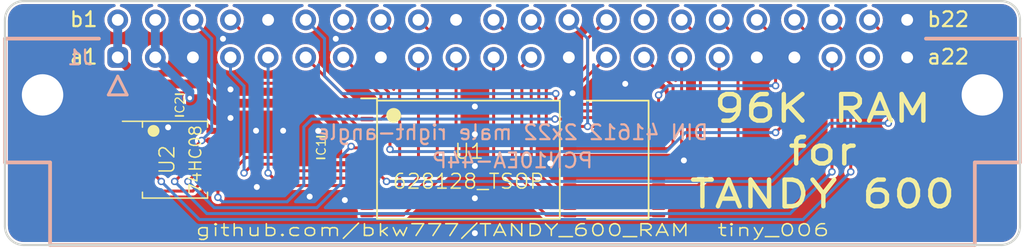
<source format=kicad_pcb>
(kicad_pcb (version 20211014) (generator pcbnew)
  (title_block (title "TANDY 600 RAM") (date "2022-10-29") (rev "tiny_006") (company "Brian K. White - b.kenyon.w@gmail.com") (comment 1 "LICENSE: CC-BY-SA 4.0") (comment 2 "github.com/bkw777/TANDY_600_RAM"))
  (layers (0 "F.Cu" signal) (31 "B.Cu" signal) (34 "B.Paste" user) (35 "F.Paste" user) (36 "B.SilkS" user "B.Silkscreen") (37 "F.SilkS" user "F.Silkscreen") (38 "B.Mask" user) (39 "F.Mask" user) (44 "Edge.Cuts" user))
  (net 0 "")
  (net 1 "GND")
  (net 2 "VMEM")
  (net 3 "VCC")
  (net 4 "/A14")
  (net 5 "/A13")
  (net 6 "/A12")
  (net 7 "/A11")
  (net 8 "/A10")
  (net 9 "/A9")
  (net 10 "/A8")
  (net 11 "/A7")
  (net 12 "/A6")
  (net 13 "/A5")
  (net 14 "/A4")
  (net 15 "/A3")
  (net 16 "/A2")
  (net 17 "/A1")
  (net 18 "/A0")
  (net 19 "/D7")
  (net 20 "/D6")
  (net 21 "/D5")
  (net 22 "/D4")
  (net 23 "/D3")
  (net 24 "/D2")
  (net 25 "/D1")
  (net 26 "/D0")
  (net 27 "/~{OE}")
  (net 28 "/~{WE}")
  (net 29 "/CS2")
  (net 30 "/A15")
  (net 31 "/A16")
  (net 32 "/~{CS1}")
  (net 33 "/~{CS1_B}")
  (net 34 "/~{CS1_C}")
  (net 35 "/~{CS1_A}")
  (footprint "000_LOCAL:TSOP32-dual" (layer "F.Cu") (at 146.075 109.75)
    (fp_text reference "U1" (at -2.946 -0.565 unlocked) (layer "F.SilkS") (effects (font (thickness 0.1))))
    (fp_text value "628128_TSOP" (at -3 1.467 unlocked) (layer "F.SilkS") (effects (font (thickness 0.1))))
    (fp_line (start 9.175 4) (end 5 4) (layer "F.SilkS") (width 0.12))
    (fp_line (start 9.175 4) (end 9.175 -4) (layer "F.SilkS") (width 0.12))
    (fp_line (start 3.175 4) (end -9.175 4) (layer "F.SilkS") (width 0.12))
    (fp_line (start 3.175 -4) (end -9.175 -4) (layer "F.SilkS") (width 0.12))
    (fp_line (start -10.25 -4.15) (end -9.175 -4.15) (layer "F.SilkS") (width 0.12))
    (fp_line (start 3.175 4) (end 3.175 -4) (layer "F.SilkS") (width 0.12))
    (fp_line (start -9.175 -4.15) (end -9.175 4) (layer "F.SilkS") (width 0.12))
    (fp_line (start 9.175 -4) (end 5 -4) (layer "F.SilkS") (width 0.12))
    (fp_circle (center -8.05 -3) (end -8.05 -2.75) (layer "F.SilkS") (width 0.5) (fill none))
    (pad "1" smd roundrect (at -9.85 -3.75 270) (size 0.3 0.9) (layers "F.Cu" "F.Paste" "F.Mask") (net 7 "/A11"))
    (pad "2" smd roundrect (at -9.85 -3.25 270) (size 0.3 0.9) (layers "F.Cu" "F.Paste" "F.Mask") (net 9 "/A9"))
    (pad "3" smd roundrect (at -9.85 -2.75 270) (size 0.3 0.9) (layers "F.Cu" "F.Paste" "F.Mask") (net 10 "/A8"))
    (pad "4" smd roundrect (at -9.85 -2.25 270) (size 0.3 0.9) (layers "F.Cu" "F.Paste" "F.Mask") (net 5 "/A13"))
    (pad "5" smd roundrect (at -9.85 -1.75 270) (size 0.3 0.9) (layers "F.Cu" "F.Paste" "F.Mask") (net 28 "/~{WE}"))
    (pad "6" smd roundrect (at -9.85 -1.25 270) (size 0.3 0.9) (layers "F.Cu" "F.Paste" "F.Mask") (net 29 "/CS2"))
    (pad "7" smd roundrect (at -9.85 -0.75 270) (size 0.3 0.9) (layers "F.Cu" "F.Paste" "F.Mask") (net 30 "/A15"))
    (pad "8" smd roundrect (at -9.85 -0.25 270) (size 0.3 0.9) (layers "F.Cu" "F.Paste" "F.Mask") (net 2 "VMEM"))
    (pad "9" smd roundrect (at -9.85 0.25 270) (size 0.3 0.9) (layers "F.Cu" "F.Paste" "F.Mask"))
    (pad "10" smd roundrect (at -9.85 0.75 270) (size 0.3 0.9) (layers "F.Cu" "F.Paste" "F.Mask") (net 31 "/A16"))
    (pad "11" smd roundrect (at -9.85 1.25 270) (size 0.3 0.9) (layers "F.Cu" "F.Paste" "F.Mask") (net 4 "/A14"))
    (pad "12" smd roundrect (at -9.85 1.75 270) (size 0.3 0.9) (layers "F.Cu" "F.Paste" "F.Mask") (net 6 "/A12"))
    (pad "13" smd roundrect (at -9.85 2.25 270) (size 0.3 0.9) (layers "F.Cu" "F.Paste" "F.Mask") (net 11 "/A7"))
    (pad "14" smd roundrect (at -9.85 2.75 270) (size 0.3 0.9) (layers "F.Cu" "F.Paste" "F.Mask") (net 12 "/A6"))
    (pad "15" smd roundrect (at -9.85 3.25 270) (size 0.3 0.9) (layers "F.Cu" "F.Paste" "F.Mask") (net 13 "/A5"))
    (pad "16" smd roundrect (at -9.85 3.75 270) (size 0.3 0.9) (layers "F.Cu" "F.Paste" "F.Mask") (net 14 "/A4"))
    (pad "17" smd roundrect (at 3.85 3.75 270) (size 0.3 0.9) (layers "F.Cu" "F.Paste" "F.Mask") (net 15 "/A3"))
    (pad "17" smd roundrect (at 9.85 3.75 270) (size 0.3 0.9) (layers "F.Cu" "F.Paste" "F.Mask") (net 15 "/A3"))
    (pad "18" smd roundrect (at 9.85 3.25 270) (size 0.3 0.9) (layers "F.Cu" "F.Paste" "F.Mask") (net 16 "/A2"))
    (pad "18" smd roundrect (at 3.85 3.25 270) (size 0.3 0.9) (layers "F.Cu" "F.Paste" "F.Mask") (net 16 "/A2"))
    (pad "19" smd roundrect (at 9.85 2.75 270) (size 0.3 0.9) (layers "F.Cu" "F.Paste" "F.Mask") (net 17 "/A1"))
    (pad "19" smd roundrect (at 3.85 2.75 270) (size 0.3 0.9) (layers "F.Cu" "F.Paste" "F.Mask") (net 17 "/A1"))
    (pad "20" smd roundrect (at 9.85 2.25 270) (size 0.3 0.9) (layers "F.Cu" "F.Paste" "F.Mask") (net 18 "/A0"))
    (pad "20" smd roundrect (at 3.85 2.25 270) (size 0.3 0.9) (layers "F.Cu" "F.Paste" "F.Mask") (net 18 "/A0"))
    (pad "21" smd roundrect (at 9.85 1.75 270) (size 0.3 0.9) (layers "F.Cu" "F.Paste" "F.Mask") (net 26 "/D0"))
    (pad "21" smd roundrect (at 3.85 1.75 270) (size 0.3 0.9) (layers "F.Cu" "F.Paste" "F.Mask") (net 26 "/D0"))
    (pad "22" smd roundrect (at 9.85 1.25 270) (size 0.3 0.9) (layers "F.Cu" "F.Paste" "F.Mask") (net 25 "/D1"))
    (pad "22" smd roundrect (at 3.85 1.25 270) (size 0.3 0.9) (layers "F.Cu" "F.Paste" "F.Mask") (net 25 "/D1"))
    (pad "23" smd roundrect (at 9.85 0.75 270) (size 0.3 0.9) (layers "F.Cu" "F.Paste" "F.Mask") (net 24 "/D2"))
    (pad "23" smd roundrect (at 3.85 0.75 270) (size 0.3 0.9) (layers "F.Cu" "F.Paste" "F.Mask") (net 24 "/D2"))
    (pad "24" smd roundrect (at 9.85 0.25 270) (size 0.3 0.9) (layers "F.Cu" "F.Paste" "F.Mask") (net 1 "GND"))
    (pad "24" smd roundrect (at 3.85 0.25 270) (size 0.3 0.9) (layers "F.Cu" "F.Paste" "F.Mask") (net 1 "GND"))
    (pad "25" smd roundrect (at 9.85 -0.25 270) (size 0.3 0.9) (layers "F.Cu" "F.Paste" "F.Mask") (net 23 "/D3"))
    (pad "25" smd roundrect (at 3.85 -0.25 270) (size 0.3 0.9) (layers "F.Cu" "F.Paste" "F.Mask") (net 23 "/D3"))
    (pad "26" smd roundrect (at 9.85 -0.75 270) (size 0.3 0.9) (layers "F.Cu" "F.Paste" "F.Mask") (net 22 "/D4"))
    (pad "26" smd roundrect (at 3.85 -0.75 270) (size 0.3 0.9) (layers "F.Cu" "F.Paste" "F.Mask") (net 22 "/D4"))
    (pad "27" smd roundrect (at 3.85 -1.25 270) (size 0.3 0.9) (layers "F.Cu" "F.Paste" "F.Mask") (net 21 "/D5"))
    (pad "27" smd roundrect (at 9.85 -1.25 270) (size 0.3 0.9) (layers "F.Cu" "F.Paste" "F.Mask") (net 21 "/D5"))
    (pad "28" smd roundrect (at 9.85 -1.75 270) (size 0.3 0.9) (layers "F.Cu" "F.Paste" "F.Mask") (net 20 "/D6"))
    (pad "28" smd roundrect (at 3.85 -1.75 270) (size 0.3 0.9) (layers "F.Cu" "F.Paste" "F.Mask") (net 20 "/D6"))
    (pad "29" smd roundrect (at 3.85 -2.25 270) (size 0.3 0.9) (layers "F.Cu" "F.Paste" "F.Mask") (net 19 "/D7"))
    (pad "29" smd roundrect (at 9.85 -2.25 270) (size 0.3 0.9) (layers "F.Cu" "F.Paste" "F.Mask") (net 19 "/D7"))
    (pad "30" smd roundrect (at 3.85 -2.75 270) (size 0.3 0.9) (layers "F.Cu" "F.Paste" "F.Mask") (net 32 "/~{CS1}"))
    (pad "30" smd roundrect (at 9.85 -2.75 270) (size 0.3 0.9) (layers "F.Cu" "F.Paste" "F.Mask") (net 32 "/~{CS1}"))
    (pad "31" smd roundrect (at 9.85 -3.25 270) (size 0.3 0.9) (layers "F.Cu" "F.Paste" "F.Mask") (net 8 "/A10"))
    (pad "31" smd roundrect (at 3.85 -3.25 270) (size 0.3 0.9) (layers "F.Cu" "F.Paste" "F.Mask") (net 8 "/A10"))
    (pad "32" smd roundrect (at 3.85 -3.75 270) (size 0.3 0.9) (layers "F.Cu" "F.Paste" "F.Mask") (net 27 "/~{OE}"))
    (pad "32" smd roundrect (at 9.85 -3.75 270) (size 0.3 0.9) (layers "F.Cu" "F.Paste" "F.Mask") (net 27 "/~{OE}"))
  )
  (footprint "000_LOCAL:TSSOP-14_4.4x5mm_P0.65mm" (layer "F.Cu") (at 123.25 109.75)
    (fp_text reference "U2" (at -0.54 0 90 unlocked) (layer "F.SilkS") (effects (font (thickness 0.1))))
    (fp_text value "74HC08" (at 1.38 0 90) (layer "F.SilkS") (effects (font (size 0.8 0.8) (thickness 0.1))))
    (fp_line (start 2.2 2.2) (end 2.2 2.6) (layer "F.SilkS") (width 0.1))
    (fp_line (start -3.55 -2.6) (end 2.2 -2.6) (layer "F.SilkS") (width 0.1))
    (fp_line (start -2.2 2.2) (end -2.2 2.6) (layer "F.SilkS") (width 0.1))
    (fp_line (start -2.2 -2.6) (end -2.2 -2.2) (layer "F.SilkS") (width 0.1))
    (fp_line (start 2.2 2.6) (end -2.2 2.6) (layer "F.SilkS") (width 0.1))
    (fp_line (start 2.2 -2.6) (end 2.2 -2.2) (layer "F.SilkS") (width 0.1))
    (fp_circle (center -1.45 -1.95) (end -1.1 -1.95) (layer "F.SilkS") (width 0.1) (fill solid))
    (pad "1" smd roundrect (at -2.8625 -1.95) (size 1.475 0.4) (layers "F.Cu" "F.Paste" "F.Mask") (net 1 "GND"))
    (pad "2" smd roundrect (at -2.8625 -1.3) (size 1.475 0.4) (layers "F.Cu" "F.Paste" "F.Mask") (net 1 "GND"))
    (pad "3" smd roundrect (at -2.8625 -0.65) (size 1.475 0.4) (layers "F.Cu" "F.Paste" "F.Mask"))
    (pad "4" smd roundrect (at -2.8625 0) (size 1.475 0.4) (layers "F.Cu" "F.Paste" "F.Mask") (net 35 "/~{CS1_A}"))
    (pad "5" smd roundrect (at -2.8625 0.65) (size 1.475 0.4) (layers "F.Cu" "F.Paste" "F.Mask") (net 33 "/~{CS1_B}"))
    (pad "6" smd roundrect (at -2.8625 1.3) (size 1.475 0.4) (layers "F.Cu" "F.Paste" "F.Mask") (net 31 "/A16"))
    (pad "7" smd roundrect (at -2.8625 1.95) (size 1.475 0.4) (layers "F.Cu" "F.Paste" "F.Mask") (net 1 "GND"))
    (pad "8" smd roundrect (at 2.8625 1.95) (size 1.475 0.4) (layers "F.Cu" "F.Paste" "F.Mask") (net 32 "/~{CS1}"))
    (pad "9" smd roundrect (at 2.8625 1.3) (size 1.475 0.4) (layers "F.Cu" "F.Paste" "F.Mask") (net 31 "/A16"))
    (pad "10" smd roundrect (at 2.8625 0.65) (size 1.475 0.4) (layers "F.Cu" "F.Paste" "F.Mask") (net 30 "/A15"))
    (pad "11" smd roundrect (at 2.8625 0) (size 1.475 0.4) (layers "F.Cu" "F.Paste" "F.Mask") (net 30 "/A15"))
    (pad "12" smd roundrect (at 2.8625 -0.65) (size 1.475 0.4) (layers "F.Cu" "F.Paste" "F.Mask") (net 34 "/~{CS1_C}"))
    (pad "13" smd roundrect (at 2.8625 -1.3) (size 1.475 0.4) (layers "F.Cu" "F.Paste" "F.Mask") (net 35 "/~{CS1_A}"))
    (pad "14" smd roundrect (at 2.8625 -1.95) (size 1.475 0.4) (layers "F.Cu" "F.Paste" "F.Mask") (net 3 "VCC"))
  )
  (footprint "000_LOCAL:C_0805" (layer "F.Cu") (at 133.096 108.925 180)
    (fp_text reference "C1" (at -0.0326 0.0198 90 unlocked) (layer "F.SilkS") (effects (font (size 0.6 0.6) (thickness 0.08))))
    (fp_text value "0.1uF")
    (fp_line (start -0.261252 -0.735) (end 0.261252 -0.735) (layer "F.SilkS") (width 0.12))
    (fp_line (start -0.261252 0.735) (end 0.261252 0.735) (layer "F.SilkS") (width 0.12))
    (pad "1" smd roundrect (at -0.95 0 180) (size 1 1.45) (layers "F.Cu" "F.Paste" "F.Mask") (net 2 "VMEM"))
    (pad "2" smd roundrect (at 0.95 0 180) (size 1 1.45) (layers "F.Cu" "F.Paste" "F.Mask") (net 1 "GND"))
  )
  (footprint "000_LOCAL:C_0805" (layer "F.Cu") (at 123.55 106.05 180)
    (fp_text reference "C2" (at -0.03 0.0042 90 unlocked) (layer "F.SilkS") (effects (font (size 0.6 0.6) (thickness 0.08))))
    (fp_text value "0.1uF")
    (fp_line (start -0.261252 0.735) (end 0.261252 0.735) (layer "F.SilkS") (width 0.12))
    (fp_line (start -0.261252 -0.735) (end 0.261252 -0.735) (layer "F.SilkS") (width 0.12))
    (pad "1" smd roundrect (at -0.95 0 180) (size 1 1.45) (layers "F.Cu" "F.Paste" "F.Mask") (net 3 "VCC"))
    (pad "2" smd roundrect (at 0.95 0 180) (size 1 1.45) (layers "F.Cu" "F.Paste" "F.Mask") (net 1 "GND"))
  )
  (footprint "000_LOCAL:DIN-41612_02x22_male_horizontal" (layer "B.Cu") (at 146.05 101.55356 180)
    (fp_text reference "J1" (at 29.21 -1.28144) (layer "B.SilkS") (effects (justify mirror)))
    (fp_text value "DIN 41612 2x22 male right-angle" (at 0 -6.35) (layer "B.SilkS") (effects (justify mirror)))
    (fp_line (start 34.29 0) (end 34.29 -8.382) (layer "B.SilkS") (width 0.254))
    (fp_line (start -31.242 -13.97) (end -31.242 -8.382) (layer "B.SilkS") (width 0.254))
    (fp_line (start 31.242 -13.97) (end -31.242 -13.97) (layer "B.SilkS") (width 0.254))
    (fp_line (start 27.305 -3.81) (end 26.67 -2.54) (layer "B.SilkS") (width 0.2))
    (fp_line (start 26.035 -3.81) (end 27.305 -3.81) (layer "B.SilkS") (width 0.2))
    (fp_line (start 31.242 -13.97) (end 31.242 -8.382) (layer "B.SilkS") (width 0.254))
    (fp_line (start 26.67 -2.54) (end 26.035 -3.81) (layer "B.SilkS") (width 0.2))
    (fp_line (start -34.29 0) (end -34.29 -8.382) (layer "B.SilkS") (width 0.254))
    (fp_line (start -27.94 0) (end -34.29 0) (layer "B.SilkS") (width 0.254))
    (fp_line (start 34.29 -8.382) (end 31.242 -8.382) (layer "B.SilkS") (width 0.254))
    (fp_line (start -31.242 -8.382) (end -34.29 -8.382) (layer "B.SilkS") (width 0.254))
    (fp_line (start 27.94 0) (end 34.29 0) (layer "B.SilkS") (width 0.254))
    (pad "M1" thru_hole oval (at 31.75 -3.81 180) (size 2.999999 4.500001) (drill 2.799999) (layers *.Cu *.Mask) (net 1 "GND"))
    (pad "M2" thru_hole oval (at -31.75 -3.81 180) (size 2.999999 4.500001) (drill 2.799999) (layers *.Cu *.Mask) (net 1 "GND"))
    (pad "a1" thru_hole roundrect (at 26.67 -1.27 180) (size 1.4 1.4) (drill 0.8) (layers *.Cu *.Mask) (net 2 "VMEM"))
    (pad "a2" thru_hole circle (at 24.13 -1.27 180) (size 1.4 1.4) (drill 0.8) (layers *.Cu *.Mask) (net 3 "VCC"))
    (pad "a3" thru_hole circle (at 21.59 -1.27 180) (size 1.4 1.4) (drill 0.8) (layers *.Cu *.Mask) (net 1 "GND"))
    (pad "a4" thru_hole circle (at 19.05 -1.27 180) (size 1.4 1.4) (drill 0.8) (layers *.Cu *.Mask) (net 4 "/A14"))
    (pad "a5" thru_hole circle (at 16.51 -1.27 180) (size 1.4 1.4) (drill 0.8) (layers *.Cu *.Mask) (net 6 "/A12"))
    (pad "a6" thru_hole circle (at 13.97 -1.27 180) (size 1.4 1.4) (drill 0.8) (layers *.Cu *.Mask) (net 7 "/A11"))
    (pad "a7" thru_hole circle (at 11.43 -1.27 180) (size 1.4 1.4) (drill 0.8) (layers *.Cu *.Mask) (net 9 "/A9"))
    (pad "a8" thru_hole circle (at 8.89 -1.27 180) (size 1.4 1.4) (drill 0.8) (layers *.Cu *.Mask) (net 1 "GND"))
    (pad "a9" thru_hole circle (at 6.35 -1.27 180) (size 1.4 1.4) (drill 0.8) (layers *.Cu *.Mask) (net 12 "/A6"))
    (pad "a10" thru_hole circle (at 3.81 -1.27 180) (size 1.4 1.4) (drill 0.8) (layers *.Cu *.Mask) (net 14 "/A4"))
    (pad "a11" thru_hole circle (at 1.27 -1.27 180) (size 1.4 1.4) (drill 0.8) (layers *.Cu *.Mask) (net 15 "/A3"))
    (pad "a12" thru_hole circle (at -1.27 -1.27 180) (size 1.4 1.4) (drill 0.8) (layers *.Cu *.Mask) (net 17 "/A1"))
    (pad "a13" thru_hole circle (at -3.81 -1.27 180) (size 1.4 1.4) (drill 0.8) (layers *.Cu *.Mask) (net 1 "GND"))
    (pad "a14" thru_hole circle (at -6.35 -1.27 180) (size 1.4 1.4) (drill 0.8) (layers *.Cu *.Mask) (net 20 "/D6"))
    (pad "a15" thru_hole circle (at -8.89 -1.27 180) (size 1.4 1.4) (drill 0.8) (layers *.Cu *.Mask) (net 22 "/D4"))
    (pad "a16" thru_hole circle (at -11.43 -1.27 180) (size 1.4 1.4) (drill 0.8) (layers *.Cu *.Mask) (net 23 "/D3"))
    (pad "a17" thru_hole circle (at -13.97 -1.27 180) (size 1.4 1.4) (drill 0.8) (layers *.Cu *.Mask) (net 25 "/D1"))
    (pad "a18" thru_hole circle (at -16.51 -1.27 180) (size 1.4 1.4) (drill 0.8) (layers *.Cu *.Mask) (net 1 "GND"))
    (pad "a19" thru_hole circle (at -19.05 -1.27 180) (size 1.4 1.4) (drill 0.8) (layers *.Cu *.Mask) (net 1 "GND"))
    (pad "a20" thru_hole circle (at -21.59 -1.27 180) (size 1.4 1.4) (drill 0.8) (layers *.Cu *.Mask) (net 34 "/~{CS1_C}"))
    (pad "a21" thru_hole circle (at -24.13 -1.27 180) (size 1.4 1.4) (drill 0.8) (layers *.Cu *.Mask))
    (pad "a22" thru_hole circle (at -26.67 -1.27 180) (size 1.4 1.4) (drill 0.8) (layers *.Cu *.Mask) (net 1 "GND"))
    (pad "b1" thru_hole circle (at 26.67 1.27 180) (size 1.4 1.4) (drill 0.8) (layers *.Cu *.Mask) (net 2 "VMEM"))
    (pad "b2" thru_hole circle (at 24.13 1.27 180) (size 1.4 1.4) (drill 0.8) (layers *.Cu *.Mask) (net 3 "VCC"))
    (pad "b3" thru_hole circle (at 21.59 1.27 180) (size 1.4 1.4) (drill 0.8) (layers *.Cu *.Mask) (net 35 "/~{CS1_A}"))
    (pad "b4" thru_hole circle (at 19.05 1.27 180) (size 1.4 1.4) (drill 0.8) (layers *.Cu *.Mask) (net 5 "/A13"))
    (pad "b5" thru_hole circle (at 16.51 1.27 180) (size 1.4 1.4) (drill 0.8) (layers *.Cu *.Mask) (net 1 "GND"))
    (pad "b6" thru_hole circle (at 13.97 1.27 180) (size 1.4 1.4) (drill 0.8) (layers *.Cu *.Mask) (net 8 "/A10"))
    (pad "b7" thru_hole circle (at 11.43 1.27 180) (size 1.4 1.4) (drill 0.8) (layers *.Cu *.Mask) (net 10 "/A8"))
    (pad "b8" thru_hole circle (at 8.89 1.27 180) (size 1.4 1.4) (drill 0.8) (layers *.Cu *.Mask) (net 11 "/A7"))
    (pad "b9" thru_hole circle (at 6.35 1.27 180) (size 1.4 1.4) (drill 0.8) (layers *.Cu *.Mask) (net 13 "/A5"))
    (pad "b10" thru_hole circle (at 3.81 1.27 180) (size 1.4 1.4) (drill 0.8) (layers *.Cu *.Mask) (net 1 "GND"))
    (pad "b11" thru_hole circle (at 1.27 1.27 180) (size 1.4 1.4) (drill 0.8) (layers *.Cu *.Mask) (net 16 "/A2"))
    (pad "b12" thru_hole circle (at -1.27 1.27 180) (size 1.4 1.4) (drill 0.8) (layers *.Cu *.Mask) (net 18 "/A0"))
    (pad "b13" thru_hole circle (at -3.81 1.27 180) (size 1.4 1.4) (drill 0.8) (layers *.Cu *.Mask) (net 19 "/D7"))
    (pad "b14" thru_hole circle (at -6.35 1.27 180) (size 1.4 1.4) (drill 0.8) (layers *.Cu *.Mask) (net 21 "/D5"))
    (pad "b15" thru_hole circle (at -8.89 1.27 180) (size 1.4 1.4) (drill 0.8) (layers *.Cu *.Mask))
    (pad "b16" thru_hole circle (at -11.43 1.27 180) (size 1.4 1.4) (drill 0.8) (layers *.Cu *.Mask) (net 24 "/D2"))
    (pad "b17" thru_hole circle (at -13.97 1.27 180) (size 1.4 1.4) (drill 0.8) (layers *.Cu *.Mask) (net 26 "/D0"))
    (pad "b18" thru_hole circle (at -16.51 1.27 180) (size 1.4 1.4) (drill 0.8) (layers *.Cu *.Mask) (net 27 "/~{OE}"))
    (pad "b19" thru_hole circle (at -19.05 1.27 180) (size 1.4 1.4) (drill 0.8) (layers *.Cu *.Mask) (net 28 "/~{WE}"))
    (pad "b20" thru_hole circle (at -21.59 1.27 180) (size 1.4 1.4) (drill 0.8) (layers *.Cu *.Mask) (net 33 "/~{CS1_B}"))
    (pad "b21" thru_hole circle (at -24.13 1.27 180) (size 1.4 1.4) (drill 0.8) (layers *.Cu *.Mask) (net 29 "/CS2"))
    (pad "b22" thru_hole circle (at -26.67 1.27 180) (size 1.4 1.4) (drill 0.8) (layers *.Cu *.Mask) (net 1 "GND"))
  )
  (gr_arc (start 111.76 100.28356) (mid 112.13196 99.385509) (end 113.03 99.01356) (layer "Edge.Cuts") (width 0.15))
  (gr_arc (start 179.07 99.01356) (mid 179.968011 99.385537) (end 180.34 100.28356) (layer "Edge.Cuts") (width 0.15))
  (gr_line (start 180.34 114.25356) (end 180.34 100.28356) (layer "Edge.Cuts") (width 0.15))
  (gr_arc (start 180.34 114.25356) (mid 179.968011 115.15156) (end 179.07 115.52356) (layer "Edge.Cuts") (width 0.15))
  (gr_arc (start 113.03 115.52356) (mid 112.13196 115.151588) (end 111.76 114.25356) (layer "Edge.Cuts") (width 0.15))
  (gr_line (start 113.03 99.01356) (end 179.07 99.01356) (layer "Edge.Cuts") (width 0.15))
  (gr_line (start 179.07 115.52356) (end 113.03 115.52356) (layer "Edge.Cuts") (width 0.15))
  (gr_line (start 111.76 114.25356) (end 111.76 100.28356) (layer "Edge.Cuts") (width 0.15))
  (gr_text "PCN10EA-44P" (at 146.05 109.80856) (layer "B.SilkS") (effects (font (size 1 1)) (justify mirror)))
  (gr_text "b22" (at 173.99 100.24856) (layer "F.SilkS") (effects (font (size 1 1)) (justify left)))
  (gr_text "a22" (at 173.99 102.78856) (layer "F.SilkS") (effects (font (size 1 1)) (justify left)))
  (gr_text "a1" (at 118.11 102.78856) (layer "F.SilkS") (effects (font (size 1 1)) (justify right)))
  (gr_text "b1" (at 118.11 100.24856) (layer "F.SilkS") (effects (font (size 1 1)) (justify right)))
  (gr_text "${COMMENT2}  ${REVISION}" (at 146.05 114.519) (layer "F.SilkS") (effects (font (size 0.8 1.2) (thickness 0.1))))
  (gr_text "96K RAM\nfor\nTANDY 600" (at 167.005 109.185) (layer "F.SilkS") (effects (font (size 1.8 2.2) (thickness 0.3))))
  (via (at 130.556 107.788) (size 0.6) (drill 0.4) (layers "F.Cu" "B.Cu") (net 1))
  (via (at 143.51 108.03112) (size 0.6) (drill 0.4) (layers "F.Cu" "B.Cu") (net 1))
  (via (at 150.114 105.248) (size 0.6) (drill 0.4) (layers "F.Cu" "B.Cu") (net 1))
  (via (at 126.492 101.565) (size 0.6) (drill 0.4) (layers "F.Cu" "B.Cu") (net 1))
  (via (at 143.51 106.15) (size 0.6) (drill 0.4) (layers "F.Cu" "B.Cu") (net 1))
  (via (at 122.7836 107.5594) (size 0.6) (drill 0.4) (layers "F.Cu" "B.Cu") (net 1))
  (via (at 127 106.925) (size 0.6) (drill 0.4) (layers "F.Cu" "B.Cu") (net 1))
  (via (at 132.35 112.25) (size 0.6) (drill 0.4) (layers "F.Cu" "B.Cu") (net 1))
  (via (at 132.925 107.8) (size 0.6) (drill 0.4) (layers "F.Cu" "B.Cu") (net 1))
  (via (at 153.67 104.613) (size 0.6) (drill 0.4) (layers "F.Cu" "B.Cu") (net 1))
  (via (at 128.778 111.598) (size 0.6) (drill 0.4) (layers "F.Cu" "B.Cu") (net 1))
  (via (at 157.6324 109.8) (size 0.6) (drill 0.4) (layers "F.Cu" "B.Cu") (net 1))
  (via (at 134.725 112.487) (size 0.6) (drill 0.4) (layers "F.Cu" "B.Cu") (net 1))
  (via (at 127 104.994) (size 0.6) (drill 0.4) (layers "F.Cu" "B.Cu") (net 1))
  (via (at 143.51 112.36) (size 0.6) (drill 0.4) (layers "F.Cu" "B.Cu") (net 1))
  (via (at 143.51 114.725) (size 0.6) (drill 0.4) (layers "F.Cu" "B.Cu") (net 1))
  (via (at 128.725 107.788) (size 0.6) (drill 0.4) (layers "F.Cu" "B.Cu") (net 1))
  (via (at 134.112 101.565) (size 0.6) (drill 0.4) (layers "F.Cu" "B.Cu") (net 1))
  (via (at 143.51 110.175) (size 0.6) (drill 0.4) (layers "F.Cu" "B.Cu") (net 1))
  (via (at 148.6 110) (size 0.6) (drill 0.4) (layers "F.Cu" "B.Cu") (net 1))
  (segment (start 134.046 107.396) (end 132.575 105.925) (width 0.6) (layer "F.Cu") (net 2))
  (segment (start 121.18144 104.625) (end 119.38 102.82356) (width 0.6) (layer "F.Cu") (net 2))
  (segment (start 134.046 109.5) (end 134.046 108.925) (width 0.3) (layer "F.Cu") (net 2))
  (segment (start 134.046 108.925) (end 134.046 107.396) (width 0.6) (layer "F.Cu") (net 2))
  (segment (start 136.275 109.5) (end 134.046 109.5) (width 0.3) (layer "F.Cu") (net 2))
  (segment (start 126.525 105.925) (end 125.225 104.625) (width 0.6) (layer "F.Cu") (net 2))
  (segment (start 132.575 105.925) (end 126.525 105.925) (width 0.6) (layer "F.Cu") (net 2))
  (segment (start 125.225 104.625) (end 121.18144 104.625) (width 0.6) (layer "F.Cu") (net 2))
  (segment (start 119.38 100.28356) (end 119.38 102.82356) (width 0.6) (layer "B.Cu") (net 2))
  (segment (start 124.8 106.875) (end 125.725 107.8) (width 0.4) (layer "F.Cu") (net 3))
  (segment (start 124.8 106.125) (end 124.8 106.875) (width 0.4) (layer "F.Cu") (net 3))
  (segment (start 125.725 107.8) (end 126.1125 107.8) (width 0.4) (layer "F.Cu") (net 3))
  (segment (start 124.25 105.575) (end 124.8 106.125) (width 0.4) (layer "F.Cu") (net 3))
  (via (at 124.25 105.575) (size 0.5) (drill 0.3) (layers "F.Cu" "B.Cu") (net 3))
  (segment (start 124.25 105.15356) (end 121.92 102.82356) (width 0.6) (layer "B.Cu") (net 3))
  (segment (start 121.92 100.28356) (end 121.92 102.82356) (width 0.6) (layer "B.Cu") (net 3))
  (segment (start 124.25 105.575) (end 124.25 105.15356) (width 0.6) (layer "B.Cu") (net 3))
  (segment (start 127.9144 110.65) (end 128.5144 110.05) (width 0.2) (layer "F.Cu") (net 4))
  (segment (start 128.5144 110.05) (end 129.875 110.05) (width 0.2) (layer "F.Cu") (net 4))
  (segment (start 129.875 110.05) (end 130.825 111) (width 0.2) (layer "F.Cu") (net 4))
  (segment (start 130.825 111) (end 136.225 111) (width 0.2) (layer "F.Cu") (net 4))
  (via (at 127.9144 110.65) (size 0.5) (drill 0.3) (layers "F.Cu" "B.Cu") (net 4))
  (segment (start 127 103.851) (end 127 102.82356) (width 0.2) (layer "B.Cu") (net 4))
  (segment (start 127.9144 104.7654) (end 127 103.851) (width 0.2) (layer "B.Cu") (net 4))
  (segment (start 127.9144 110.65) (end 127.9144 104.7654) (width 0.2) (layer "B.Cu") (net 4))
  (segment (start 128.27 101.55356) (end 127 100.28356) (width 0.2) (layer "F.Cu") (net 5))
  (segment (start 136.225 107.5) (end 135.6 107.5) (width 0.2) (layer "F.Cu") (net 5))
  (segment (start 132.675 104.575) (end 129.13216 104.575) (width 0.2) (layer "F.Cu") (net 5))
  (segment (start 128.27 103.71284) (end 128.27 101.55356) (width 0.2) (layer "F.Cu") (net 5))
  (segment (start 129.13216 104.575) (end 128.27 103.71284) (width 0.2) (layer "F.Cu") (net 5))
  (segment (start 135.6 107.5) (end 132.675 104.575) (width 0.2) (layer "F.Cu") (net 5))
  (segment (start 129.54 110.65) (end 130.39 111.5) (width 0.2) (layer "F.Cu") (net 6))
  (segment (start 130.39 111.5) (end 136.225 111.5) (width 0.2) (layer "F.Cu") (net 6))
  (via (at 129.54 110.65) (size 0.5) (drill 0.3) (layers "F.Cu" "B.Cu") (net 6))
  (segment (start 129.54 110.65) (end 129.54 102.82356) (width 0.2) (layer "B.Cu") (net 6))
  (segment (start 135.25644 106) (end 136.225 106) (width 0.2) (layer "F.Cu") (net 7))
  (segment (start 132.08 102.82356) (end 135.25644 106) (width 0.2) (layer "F.Cu") (net 7))
  (segment (start 149.875 106.45) (end 149.925 106.5) (width 0.2) (layer "F.Cu") (net 8))
  (segment (start 149.275 106.45) (end 149.875 106.45) (width 0.2) (layer "F.Cu") (net 8))
  (segment (start 149.925 106.5) (end 149.975 106.45) (width 0.2) (layer "F.Cu") (net 8))
  (segment (start 155.875 106.45) (end 155.925 106.5) (width 0.2) (layer "F.Cu") (net 8))
  (segment (start 148.975 105.275) (end 148.975 106.15) (width 0.2) (layer "F.Cu") (net 8))
  (segment (start 149.975 106.45) (end 155.875 106.45) (width 0.2) (layer "F.Cu") (net 8))
  (segment (start 148.975 106.15) (end 149.275 106.45) (width 0.2) (layer "F.Cu") (net 8))
  (via (at 148.975 105.275) (size 0.5) (drill 0.3) (layers "F.Cu" "B.Cu") (net 8))
  (segment (start 133.35 101.55356) (end 132.08 100.28356) (width 0.2) (layer "B.Cu") (net 8))
  (segment (start 133.35 104.09356) (end 133.35 101.55356) (width 0.2) (layer "B.Cu") (net 8))
  (segment (start 134.53144 105.275) (end 133.35 104.09356) (width 0.2) (layer "B.Cu") (net 8))
  (segment (start 148.975 105.275) (end 134.53144 105.275) (width 0.2) (layer "B.Cu") (net 8))
  (segment (start 136.93056 106.5) (end 136.225 106.5) (width 0.2) (layer "F.Cu") (net 9))
  (segment (start 134.62 102.82356) (end 137.16 105.36356) (width 0.2) (layer "F.Cu") (net 9))
  (segment (start 137.16 105.36356) (end 137.16 106.27056) (width 0.2) (layer "F.Cu") (net 9))
  (segment (start 137.16 106.27056) (end 136.93056 106.5) (width 0.2) (layer "F.Cu") (net 9))
  (segment (start 136.225 107) (end 137.186 107) (width 0.2) (layer "F.Cu") (net 10))
  (segment (start 135.89 101.55356) (end 134.62 100.28356) (width 0.2) (layer "F.Cu") (net 10))
  (segment (start 135.89 103.39) (end 135.89 101.55356) (width 0.2) (layer "F.Cu") (net 10))
  (segment (start 137.668 105.168) (end 135.89 103.39) (width 0.2) (layer "F.Cu") (net 10))
  (segment (start 137.186 107) (end 137.668 106.518) (width 0.2) (layer "F.Cu") (net 10))
  (segment (start 137.668 106.518) (end 137.668 105.168) (width 0.2) (layer "F.Cu") (net 10))
  (segment (start 136.225 112) (end 137.901 112) (width 0.2) (layer "F.Cu") (net 11))
  (segment (start 138.43 101.55356) (end 137.16 100.28356) (width 0.2) (layer "F.Cu") (net 11))
  (segment (start 138.43 111.471) (end 138.43 101.55356) (width 0.2) (layer "F.Cu") (net 11))
  (segment (start 137.901 112) (end 138.43 111.471) (width 0.2) (layer "F.Cu") (net 11))
  (segment (start 139.7 102.82356) (end 139.7 110.95156) (width 0.2) (layer "F.Cu") (net 12))
  (segment (start 138.15156 112.5) (end 136.225 112.5) (width 0.2) (layer "F.Cu") (net 12))
  (segment (start 139.7 110.95156) (end 138.15156 112.5) (width 0.2) (layer "F.Cu") (net 12))
  (segment (start 140.97 101.55356) (end 139.7 100.28356) (width 0.2) (layer "F.Cu") (net 13))
  (segment (start 140.97 110.455) (end 140.97 101.55356) (width 0.2) (layer "F.Cu") (net 13))
  (segment (start 136.225 113) (end 138.425 113) (width 0.2) (layer "F.Cu") (net 13))
  (segment (start 138.425 113) (end 140.97 110.455) (width 0.2) (layer "F.Cu") (net 13))
  (segment (start 142.24 109.947) (end 138.687 113.5) (width 0.2) (layer "F.Cu") (net 14))
  (segment (start 138.687 113.5) (end 136.225 113.5) (width 0.2) (layer "F.Cu") (net 14))
  (segment (start 142.24 102.82356) (end 142.24 109.947) (width 0.2) (layer "F.Cu") (net 14))
  (segment (start 155.925 113.5) (end 148.333 113.5) (width 0.2) (layer "F.Cu") (net 15))
  (segment (start 144.78 109.947) (end 144.78 102.82356) (width 0.2) (layer "F.Cu") (net 15))
  (segment (start 148.333 113.5) (end 144.78 109.947) (width 0.2) (layer "F.Cu") (net 15))
  (segment (start 146.05 110.455) (end 146.05 101.55356) (width 0.2) (layer "F.Cu") (net 16))
  (segment (start 148.595 113) (end 146.05 110.455) (width 0.2) (layer "F.Cu") (net 16))
  (segment (start 155.925 113) (end 148.595 113) (width 0.2) (layer "F.Cu") (net 16))
  (segment (start 146.05 101.55356) (end 144.78 100.28356) (width 0.2) (layer "F.Cu") (net 16))
  (segment (start 148.857 112.5) (end 155.925 112.5) (width 0.2) (layer "F.Cu") (net 17))
  (segment (start 146.685 110.328) (end 148.857 112.5) (width 0.2) (layer "F.Cu") (net 17))
  (segment (start 146.685 103.45856) (end 146.685 110.328) (width 0.2) (layer "F.Cu") (net 17))
  (segment (start 147.32 102.82356) (end 146.685 103.45856) (width 0.2) (layer "F.Cu") (net 17))
  (segment (start 147.32 104.58) (end 148.59 103.31) (width 0.2) (layer "F.Cu") (net 18))
  (segment (start 149.119 112) (end 147.32 110.201) (width 0.2) (layer "F.Cu") (net 18))
  (segment (start 148.59 103.31) (end 148.59 101.55356) (width 0.2) (layer "F.Cu") (net 18))
  (segment (start 148.59 101.55356) (end 147.32 100.28356) (width 0.2) (layer "F.Cu") (net 18))
  (segment (start 147.32 110.201) (end 147.32 104.58) (width 0.2) (layer "F.Cu") (net 18))
  (segment (start 155.925 112) (end 149.119 112) (width 0.2) (layer "F.Cu") (net 18))
  (segment (start 151.13 107.5) (end 149.925 107.5) (width 0.2) (layer "F.Cu") (net 19))
  (segment (start 151.13 107.5) (end 155.925 107.5) (width 0.2) (layer "F.Cu") (net 19))
  (via (at 151.13 107.5) (size 0.5) (drill 0.3) (layers "F.Cu" "B.Cu") (net 19))
  (segment (start 151.13 101.55356) (end 149.86 100.28356) (width 0.2) (layer "B.Cu") (net 19))
  (segment (start 151.13 107.5) (end 151.13 101.55356) (width 0.2) (layer "B.Cu") (net 19))
  (segment (start 148.929 108) (end 150.65 108) (width 0.2) (layer "F.Cu") (net 20))
  (segment (start 151.61884 108) (end 155.925 108) (width 0.2) (layer "F.Cu") (net 20))
  (segment (start 148.72788 104.60212) (end 148.336 104.994) (width 0.2) (layer "F.Cu") (net 20))
  (segment (start 151.51884 108.1) (end 151.61884 108) (width 0.2) (layer "F.Cu") (net 20))
  (segment (start 152.4 102.82356) (end 150.62144 104.60212) (width 0.2) (layer "F.Cu") (net 20))
  (segment (start 150.75 108.1) (end 151.51884 108.1) (width 0.2) (layer "F.Cu") (net 20))
  (segment (start 150.62144 104.60212) (end 148.72788 104.60212) (width 0.2) (layer "F.Cu") (net 20))
  (segment (start 150.65 108) (end 150.75 108.1) (width 0.2) (layer "F.Cu") (net 20))
  (segment (start 148.336 107.407) (end 148.929 108) (width 0.2) (layer "F.Cu") (net 20))
  (segment (start 148.336 104.994) (end 148.336 107.407) (width 0.2) (layer "F.Cu") (net 20))
  (segment (start 151.13 101.55356) (end 152.4 100.28356) (width 0.2) (layer "F.Cu") (net 21))
  (segment (start 155.925 108.5) (end 155.875 108.55) (width 0.2) (layer "F.Cu") (net 21))
  (segment (start 150.368 104.09356) (end 151.13 103.33156) (width 0.2) (layer "F.Cu") (net 21))
  (segment (start 149.975 108.55) (end 149.925 108.5) (width 0.2) (layer "F.Cu") (net 21))
  (segment (start 151.13 103.33156) (end 151.13 101.55356) (width 0.2) (layer "F.Cu") (net 21))
  (segment (start 155.875 108.55) (end 149.975 108.55) (width 0.2) (layer "F.Cu") (net 21))
  (segment (start 148.667 108.5) (end 147.828 107.661) (width 0.2) (layer "F.Cu") (net 21))
  (segment (start 148.53144 104.09356) (end 150.368 104.09356) (width 0.2) (layer "F.Cu") (net 21))
  (segment (start 147.828 107.661) (end 147.828 104.797) (width 0.2) (layer "F.Cu") (net 21))
  (segment (start 149.925 108.5) (end 148.667 108.5) (width 0.2) (layer "F.Cu") (net 21))
  (segment (start 147.828 104.797) (end 148.53144 104.09356) (width 0.2) (layer "F.Cu") (net 21))
  (segment (start 149.925 109) (end 156.575 109) (width 0.2) (layer "F.Cu") (net 22))
  (segment (start 156.9 108.675) (end 156.9 104.78356) (width 0.2) (layer "F.Cu") (net 22))
  (segment (start 156.575 109) (end 156.9 108.675) (width 0.2) (layer "F.Cu") (net 22))
  (segment (start 156.9 104.78356) (end 154.94 102.82356) (width 0.2) (layer "F.Cu") (net 22))
  (segment (start 157.48 108.82) (end 157.48 102.82356) (width 0.2) (layer "F.Cu") (net 23))
  (segment (start 149.925 109.5) (end 149.975 109.45) (width 0.2) (layer "F.Cu") (net 23))
  (segment (start 155.875 109.45) (end 155.925 109.5) (width 0.2) (layer "F.Cu") (net 23))
  (segment (start 149.975 109.45) (end 155.875 109.45) (width 0.2) (layer "F.Cu") (net 23))
  (segment (start 155.975 109.45) (end 156.85 109.45) (width 0.2) (layer "F.Cu") (net 23))
  (segment (start 156.85 109.45) (end 157.48 108.82) (width 0.2) (layer "F.Cu") (net 23))
  (segment (start 155.925 109.5) (end 155.975 109.45) (width 0.2) (layer "F.Cu") (net 23))
  (segment (start 158.75 101.55356) (end 157.48 100.28356) (width 0.2) (layer "F.Cu") (net 24))
  (segment (start 158.75 109.80856) (end 158.75 101.55356) (width 0.2) (layer "F.Cu") (net 24))
  (segment (start 155.875 110.55) (end 155.925 110.5) (width 0.2) (layer "F.Cu") (net 24))
  (segment (start 158.00856 110.55) (end 158.75 109.80856) (width 0.2) (layer "F.Cu") (net 24))
  (segment (start 155.925 110.5) (end 155.975 110.55) (width 0.2) (layer "F.Cu") (net 24))
  (segment (start 149.975 110.55) (end 155.875 110.55) (width 0.2) (layer "F.Cu") (net 24))
  (segment (start 149.925 110.5) (end 149.975 110.55) (width 0.2) (layer "F.Cu") (net 24))
  (segment (start 155.975 110.55) (end 158.00856 110.55) (width 0.2) (layer "F.Cu") (net 24))
  (segment (start 158.32056 111) (end 160.02 109.30056) (width 0.2) (layer "F.Cu") (net 25))
  (segment (start 149.925 111) (end 158.32056 111) (width 0.2) (layer "F.Cu") (net 25))
  (segment (start 160.02 109.30056) (end 160.02 102.82356) (width 0.2) (layer "F.Cu") (net 25))
  (segment (start 161.29 101.55356) (end 160.02 100.28356) (width 0.2) (layer "F.Cu") (net 26))
  (segment (start 149.925 111.5) (end 158.58256 111.5) (width 0.2) (layer "F.Cu") (net 26))
  (segment (start 161.29 108.79256) (end 161.29 101.55356) (width 0.2) (layer "F.Cu") (net 26))
  (segment (start 158.58256 111.5) (end 161.29 108.79256) (width 0.2) (layer "F.Cu") (net 26))
  (segment (start 155.925 105.375) (end 155.925 106) (width 0.2) (layer "F.Cu") (net 27))
  (segment (start 163.83 101.565) (end 162.56 100.295) (width 0.2) (layer "F.Cu") (net 27))
  (segment (start 155.925 106) (end 149.925 106) (width 0.2) (layer "F.Cu") (net 27))
  (segment (start 162.56 100.295) (end 162.56 100.28356) (width 0.2) (layer "F.Cu") (net 27))
  (segment (start 163.83 104.74) (end 163.83 101.565) (width 0.2) (layer "F.Cu") (net 27))
  (via (at 155.925 105.375) (size 0.5) (drill 0.3) (layers "F.Cu" "B.Cu") (net 27))
  (via (at 163.83 104.74) (size 0.5) (drill 0.3) (layers "F.Cu" "B.Cu") (net 27))
  (segment (start 156.56 104.74) (end 163.83 104.74) (width 0.2) (layer "B.Cu") (net 27))
  (segment (start 155.925 105.375) (end 156.56 104.74) (width 0.2) (layer "B.Cu") (net 27))
  (segment (start 137.775 109.05) (end 137.775 108.53) (width 0.2) (layer "F.Cu") (net 28))
  (segment (start 165.1 100.295) (end 165.1 100.28356) (width 0.2) (layer "F.Cu") (net 28))
  (segment (start 137.775 108.53) (end 137.245 108) (width 0.2) (layer "F.Cu") (net 28))
  (segment (start 166.37 101.565) (end 165.1 100.295) (width 0.2) (layer "F.Cu") (net 28))
  (segment (start 166.37 105.375) (end 166.37 101.565) (width 0.2) (layer "F.Cu") (net 28))
  (segment (start 163.83 107.915) (end 166.37 105.375) (width 0.2) (layer "F.Cu") (net 28))
  (segment (start 137.245 108) (end 136.225 108) (width 0.2) (layer "F.Cu") (net 28))
  (via (at 137.775 109.05) (size 0.5) (drill 0.3) (layers "F.Cu" "B.Cu") (net 28))
  (via (at 163.83 107.915) (size 0.5) (drill 0.3) (layers "F.Cu" "B.Cu") (net 28))
  (segment (start 157.734 107.915) (end 163.83 107.915) (width 0.2) (layer "B.Cu") (net 28))
  (segment (start 137.925 109.2) (end 156.449 109.2) (width 0.2) (layer "B.Cu") (net 28))
  (segment (start 137.775 109.05) (end 137.925 109.2) (width 0.2) (layer "B.Cu") (net 28))
  (segment (start 156.449 109.2) (end 157.734 107.915) (width 0.2) (layer "B.Cu") (net 28))
  (segment (start 136.856 108.5) (end 136.225 108.5) (width 0.2) (layer "F.Cu") (net 29))
  (segment (start 171.45 101.55356) (end 170.18 100.28356) (width 0.2) (layer "F.Cu") (net 29))
  (segment (start 137.125 108.769) (end 136.856 108.5) (width 0.2) (layer "F.Cu") (net 29))
  (segment (start 137.541 111.22412) (end 137.125 110.80812) (width 0.2) (layer "F.Cu") (net 29))
  (segment (start 137.125 110.80812) (end 137.125 108.769) (width 0.2) (layer "F.Cu") (net 29))
  (segment (start 171.45 107.28) (end 171.45 101.55356) (width 0.2) (layer "F.Cu") (net 29))
  (via (at 137.541 111.22412) (size 0.5) (drill 0.3) (layers "F.Cu" "B.Cu") (net 29))
  (via (at 171.45 107.28) (size 0.5) (drill 0.3) (layers "F.Cu" "B.Cu") (net 29))
  (segment (start 167.52 107.28) (end 171.45 107.28) (width 0.2) (layer "B.Cu") (net 29))
  (segment (start 137.541 111.22412) (end 163.57588 111.22412) (width 0.2) (layer "B.Cu") (net 29))
  (segment (start 163.57588 111.22412) (end 167.52 107.28) (width 0.2) (layer "B.Cu") (net 29))
  (segment (start 136.175 108.95) (end 136.225 109) (width 0.2) (layer "F.Cu") (net 30))
  (segment (start 135.15 108.85) (end 135.25 108.95) (width 0.2) (layer "F.Cu") (net 30))
  (segment (start 124.95 110.4) (end 126.1125 110.4) (width 0.2) (layer "F.Cu") (net 30))
  (segment (start 124.125 111.225) (end 124.95 110.4) (width 0.2) (layer "F.Cu") (net 30))
  (segment (start 126.1125 110.4) (end 126.1125 109.75) (width 0.2) (layer "F.Cu") (net 30))
  (segment (start 135.25 108.95) (end 136.175 108.95) (width 0.2) (layer "F.Cu") (net 30))
  (via (at 135.15 108.85) (size 0.5) (drill 0.3) (layers "F.Cu" "B.Cu") (net 30))
  (via (at 124.125 111.225) (size 0.5) (drill 0.3) (layers "F.Cu" "B.Cu") (net 30))
  (segment (start 134.45 109.55) (end 135.15 108.85) (width 0.2) (layer "B.Cu") (net 30))
  (segment (start 134.45 111.387) (end 134.45 109.55) (width 0.2) (layer "B.Cu") (net 30))
  (segment (start 125.9 113) (end 132.837 113) (width 0.2) (layer "B.Cu") (net 30))
  (segment (start 124.125 111.225) (end 125.9 113) (width 0.2) (layer "B.Cu") (net 30))
  (segment (start 132.837 113) (end 134.45 111.387) (width 0.2) (layer "B.Cu") (net 30))
  (segment (start 127.25 110.675) (end 126.975 110.95) (width 0.2) (layer "F.Cu") (net 31))
  (segment (start 124.45 111.875) (end 122.05 111.875) (width 0.2) (layer "F.Cu") (net 31))
  (segment (start 122.05 111.875) (end 121.325 111.15) (width 0.2) (layer "F.Cu") (net 31))
  (segment (start 126.2125 110.95) (end 126.1125 111.05) (width 0.2) (layer "F.Cu") (net 31))
  (segment (start 126.1125 111.05) (end 126.0125 111.15) (width 0.2) (layer "F.Cu") (net 31))
  (segment (start 126.975 110.95) (end 126.2125 110.95) (width 0.2) (layer "F.Cu") (net 31))
  (segment (start 125.175 111.15) (end 124.45 111.875) (width 0.2) (layer "F.Cu") (net 31))
  (segment (start 131.025 110.5) (end 130.125 109.6) (width 0.2) (layer "F.Cu") (net 31))
  (segment (start 136.225 110.5) (end 131.025 110.5) (width 0.2) (layer "F.Cu") (net 31))
  (segment (start 128.05 109.6) (end 127.25 110.4) (width 0.2) (layer "F.Cu") (net 31))
  (segment (start 127.25 110.4) (end 127.25 110.675) (width 0.2) (layer "F.Cu") (net 31))
  (segment (start 126.0125 111.15) (end 125.175 111.15) (width 0.2) (layer "F.Cu") (net 31))
  (segment (start 130.125 109.6) (end 128.05 109.6) (width 0.2) (layer "F.Cu") (net 31))
  (segment (start 121.325 111.15) (end 120.4875 111.15) (width 0.2) (layer "F.Cu") (net 31))
  (segment (start 120.4875 111.15) (end 120.3875 111.05) (width 0.2) (layer "F.Cu") (net 31))
  (segment (start 126.15 112.3) (end 126.15 111.7375) (width 0.2) (layer "F.Cu") (net 32))
  (segment (start 126.15 111.7375) (end 126.1125 111.7) (width 0.2) (layer "F.Cu") (net 32))
  (segment (start 148.925 107) (end 150.64412 107) (width 0.2) (layer "F.Cu") (net 32))
  (segment (start 150.64412 107) (end 150.74412 106.9) (width 0.2) (layer "F.Cu") (net 32))
  (segment (start 151.58588 107) (end 155.925 107) (width 0.2) (layer "F.Cu") (net 32))
  (segment (start 150.74412 106.9) (end 151.48588 106.9) (width 0.2) (layer "F.Cu") (net 32))
  (segment (start 151.48588 106.9) (end 151.58588 107) (width 0.2) (layer "F.Cu") (net 32))
  (via (at 126.15 112.3) (size 0.5) (drill 0.3) (layers "F.Cu" "B.Cu") (net 32))
  (via (at 148.925 107) (size 0.5) (drill 0.3) (layers "F.Cu" "B.Cu") (net 32))
  (segment (start 131.953 111.471) (end 131.953 107.534) (width 0.2) (layer "B.Cu") (net 32))
  (segment (start 131.953 107.534) (end 132.487 107) (width 0.2) (layer "B.Cu") (net 32))
  (segment (start 126.15 112.3) (end 126.45 112.6) (width 0.2) (layer "B.Cu") (net 32))
  (segment (start 130.824 112.6) (end 131.953 111.471) (width 0.2) (layer "B.Cu") (net 32))
  (segment (start 126.45 112.6) (end 130.824 112.6) (width 0.2) (layer "B.Cu") (net 32))
  (segment (start 132.487 107) (end 148.925 107) (width 0.2) (layer "B.Cu") (net 32))
  (segment (start 122.325 111.225) (end 121.5 110.4) (width 0.2) (layer "F.Cu") (net 33))
  (segment (start 168.91 110.57112) (end 168.91 101.55356) (width 0.2) (layer "F.Cu") (net 33))
  (segment (start 121.5 110.4) (end 120.3875 110.4) (width 0.2) (layer "F.Cu") (net 33))
  (segment (start 168.91 101.55356) (end 167.64 100.28356) (width 0.2) (layer "F.Cu") (net 33))
  (via (at 168.91 110.57112) (size 0.5) (drill 0.3) (layers "F.Cu" "B.Cu") (net 33))
  (via (at 122.325 111.225) (size 0.5) (drill 0.3) (layers "F.Cu" "B.Cu") (net 33))
  (segment (start 124.9 113.8) (end 165.68112 113.8) (width 0.2) (layer "B.Cu") (net 33))
  (segment (start 122.325 111.225) (end 124.9 113.8) (width 0.2) (layer "B.Cu") (net 33))
  (segment (start 165.68112 113.8) (end 168.91 110.57112) (width 0.2) (layer "B.Cu") (net 33))
  (segment (start 123.225 111.225) (end 125.25 109.2) (width 0.2) (layer "F.Cu") (net 34))
  (segment (start 125.25 109.2) (end 126.0125 109.2) (width 0.2) (layer "F.Cu") (net 34))
  (segment (start 126.0125 109.2) (end 126.1125 109.1) (width 0.2) (layer "F.Cu") (net 34))
  (segment (start 167.64 102.82356) (end 167.64 110.57112) (width 0.2) (layer "F.Cu") (net 34))
  (via (at 123.225 111.225) (size 0.5) (drill 0.3) (layers "F.Cu" "B.Cu") (net 34))
  (via (at 167.64 110.57112) (size 0.5) (drill 0.3) (layers "F.Cu" "B.Cu") (net 34))
  (segment (start 164.81112 113.4) (end 167.64 110.57112) (width 0.2) (layer "B.Cu") (net 34))
  (segment (start 123.225 111.225) (end 125.4 113.4) (width 0.2) (layer "B.Cu") (net 34))
  (segment (start 125.4 113.4) (end 164.81112 113.4) (width 0.2) (layer "B.Cu") (net 34))
  (segment (start 125.05 108.45) (end 123.75 109.75) (width 0.2) (layer "F.Cu") (net 35))
  (segment (start 125.05 108.45) (end 126.1125 108.45) (width 0.2) (layer "F.Cu") (net 35))
  (segment (start 123.75 109.75) (end 120.3875 109.75) (width 0.2) (layer "F.Cu") (net 35))
  (via (at 125.05 108.45) (size 0.5) (drill 0.3) (layers "F.Cu" "B.Cu") (net 35))
  (segment (start 125.05 108.45) (end 125.73 107.77) (width 0.2) (layer "B.Cu") (net 35))
  (segment (start 125.73 101.55356) (end 124.46 100.28356) (width 0.2) (layer "B.Cu") (net 35))
  (segment (start 125.73 107.77) (end 125.73 101.55356) (width 0.2) (layer "B.Cu") (net 35))
  (zone (net 1) (net_name "GND") (layer "F.Cu") (connect_pads yes (clearance 0.2)) (min_thickness 0.2) (fill yes (thermal_gap 0.2) (thermal_bridge_width 0.4) (smoothing fillet) (radius 0.1))
    (polygon (pts (xy 146.05 115.52356) (xy 111.76 115.52356) (xy 111.76 99.01356) (xy 180.34 99.01356) (xy 180.34 115.52356)))
  )
  (zone (net 1) (net_name "GND") (layer "B.Cu") (connect_pads yes (clearance 0.2)) (min_thickness 0.2) (fill yes (thermal_gap 0.2) (thermal_bridge_width 0.4) (smoothing fillet) (radius 0.1))
    (polygon (pts (xy 146.05 115.52356) (xy 111.76 115.52356) (xy 111.76 99.01356) (xy 180.34 99.01356) (xy 180.34 115.52356)))
  )
)
</source>
